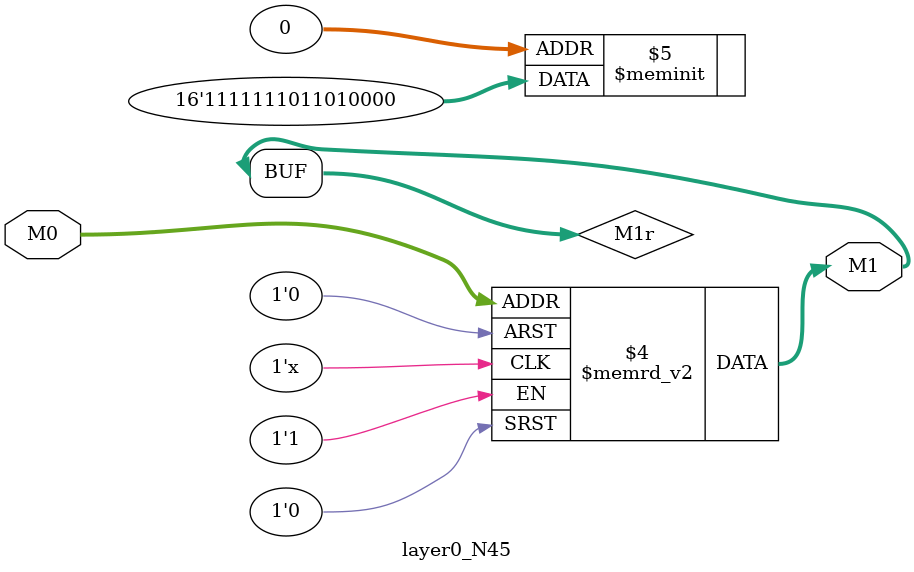
<source format=v>
module layer0_N45 ( input [2:0] M0, output [1:0] M1 );

	(*rom_style = "distributed" *) reg [1:0] M1r;
	assign M1 = M1r;
	always @ (M0) begin
		case (M0)
			3'b000: M1r = 2'b00;
			3'b100: M1r = 2'b10;
			3'b010: M1r = 2'b01;
			3'b110: M1r = 2'b11;
			3'b001: M1r = 2'b00;
			3'b101: M1r = 2'b11;
			3'b011: M1r = 2'b11;
			3'b111: M1r = 2'b11;

		endcase
	end
endmodule

</source>
